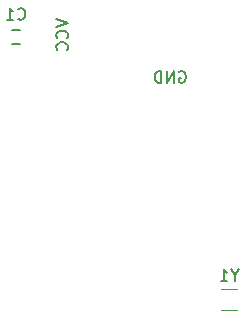
<source format=gbo>
G04 #@! TF.FileFunction,Legend,Bot*
%FSLAX46Y46*%
G04 Gerber Fmt 4.6, Leading zero omitted, Abs format (unit mm)*
G04 Created by KiCad (PCBNEW 4.0.5+dfsg1-4) date Wed Sep  6 13:50:53 2017*
%MOMM*%
%LPD*%
G01*
G04 APERTURE LIST*
%ADD10C,0.100000*%
%ADD11C,0.120000*%
%ADD12C,0.150000*%
G04 APERTURE END LIST*
D10*
D11*
X119246000Y-85751000D02*
X117896000Y-85751000D01*
X119246000Y-84001000D02*
X117896000Y-84001000D01*
D12*
X100887000Y-62051000D02*
X100187000Y-62051000D01*
X100187000Y-63251000D02*
X100887000Y-63251000D01*
X119047191Y-82852190D02*
X119047191Y-83328381D01*
X119380524Y-82328381D02*
X119047191Y-82852190D01*
X118713857Y-82328381D01*
X117856714Y-83328381D02*
X118428143Y-83328381D01*
X118142429Y-83328381D02*
X118142429Y-82328381D01*
X118237667Y-82471238D01*
X118332905Y-82566476D01*
X118428143Y-82614095D01*
X100703666Y-61108143D02*
X100751285Y-61155762D01*
X100894142Y-61203381D01*
X100989380Y-61203381D01*
X101132238Y-61155762D01*
X101227476Y-61060524D01*
X101275095Y-60965286D01*
X101322714Y-60774810D01*
X101322714Y-60631952D01*
X101275095Y-60441476D01*
X101227476Y-60346238D01*
X101132238Y-60251000D01*
X100989380Y-60203381D01*
X100894142Y-60203381D01*
X100751285Y-60251000D01*
X100703666Y-60298619D01*
X99751285Y-61203381D02*
X100322714Y-61203381D01*
X100037000Y-61203381D02*
X100037000Y-60203381D01*
X100132238Y-60346238D01*
X100227476Y-60441476D01*
X100322714Y-60489095D01*
X114361904Y-65600000D02*
X114457142Y-65552381D01*
X114599999Y-65552381D01*
X114742857Y-65600000D01*
X114838095Y-65695238D01*
X114885714Y-65790476D01*
X114933333Y-65980952D01*
X114933333Y-66123810D01*
X114885714Y-66314286D01*
X114838095Y-66409524D01*
X114742857Y-66504762D01*
X114599999Y-66552381D01*
X114504761Y-66552381D01*
X114361904Y-66504762D01*
X114314285Y-66457143D01*
X114314285Y-66123810D01*
X114504761Y-66123810D01*
X113885714Y-66552381D02*
X113885714Y-65552381D01*
X113314285Y-66552381D01*
X113314285Y-65552381D01*
X112838095Y-66552381D02*
X112838095Y-65552381D01*
X112600000Y-65552381D01*
X112457142Y-65600000D01*
X112361904Y-65695238D01*
X112314285Y-65790476D01*
X112266666Y-65980952D01*
X112266666Y-66123810D01*
X112314285Y-66314286D01*
X112361904Y-66409524D01*
X112457142Y-66504762D01*
X112600000Y-66552381D01*
X112838095Y-66552381D01*
X103952381Y-61166667D02*
X104952381Y-61500000D01*
X103952381Y-61833334D01*
X104857143Y-62738096D02*
X104904762Y-62690477D01*
X104952381Y-62547620D01*
X104952381Y-62452382D01*
X104904762Y-62309524D01*
X104809524Y-62214286D01*
X104714286Y-62166667D01*
X104523810Y-62119048D01*
X104380952Y-62119048D01*
X104190476Y-62166667D01*
X104095238Y-62214286D01*
X104000000Y-62309524D01*
X103952381Y-62452382D01*
X103952381Y-62547620D01*
X104000000Y-62690477D01*
X104047619Y-62738096D01*
X104857143Y-63738096D02*
X104904762Y-63690477D01*
X104952381Y-63547620D01*
X104952381Y-63452382D01*
X104904762Y-63309524D01*
X104809524Y-63214286D01*
X104714286Y-63166667D01*
X104523810Y-63119048D01*
X104380952Y-63119048D01*
X104190476Y-63166667D01*
X104095238Y-63214286D01*
X104000000Y-63309524D01*
X103952381Y-63452382D01*
X103952381Y-63547620D01*
X104000000Y-63690477D01*
X104047619Y-63738096D01*
M02*

</source>
